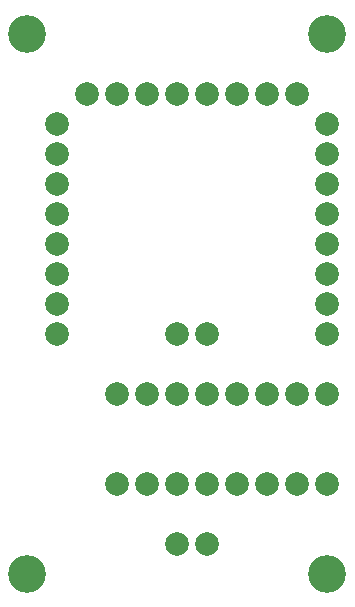
<source format=gbr>
%TF.GenerationSoftware,KiCad,Pcbnew,7.0.8*%
%TF.CreationDate,2023-10-30T13:37:48+01:00*%
%TF.ProjectId,chessbot,63686573-7362-46f7-942e-6b696361645f,rev?*%
%TF.SameCoordinates,Original*%
%TF.FileFunction,Soldermask,Bot*%
%TF.FilePolarity,Negative*%
%FSLAX46Y46*%
G04 Gerber Fmt 4.6, Leading zero omitted, Abs format (unit mm)*
G04 Created by KiCad (PCBNEW 7.0.8) date 2023-10-30 13:37:48*
%MOMM*%
%LPD*%
G01*
G04 APERTURE LIST*
%ADD10C,2.000000*%
%ADD11C,3.200000*%
G04 APERTURE END LIST*
D10*
%TO.C,M2*%
X27940000Y-40640000D03*
X30480000Y-40640000D03*
%TD*%
D11*
%TO.C,H1*%
X15240000Y-60960000D03*
%TD*%
D10*
%TO.C,M1*%
X30480000Y-58420000D03*
X27940000Y-58420000D03*
%TD*%
%TO.C,VCC_Flash1*%
X20320000Y-20320000D03*
X22860000Y-20320000D03*
X25400000Y-20320000D03*
X27940000Y-20320000D03*
X30480000Y-20320000D03*
X33020000Y-20320000D03*
X35560000Y-20320000D03*
X38100000Y-20320000D03*
%TD*%
D11*
%TO.C,H4*%
X15240000Y-15240000D03*
%TD*%
%TO.C,H2*%
X40640000Y-60960000D03*
%TD*%
%TO.C,H3*%
X40640000Y-15240000D03*
%TD*%
D10*
%TO.C,L293D1*%
X40640000Y-53340000D03*
X38100000Y-53340000D03*
X35560000Y-53340000D03*
X33020000Y-53340000D03*
X30480000Y-53340000D03*
X27940000Y-53340000D03*
X25400000Y-53340000D03*
X22860000Y-53340000D03*
X22860000Y-45720000D03*
X25400000Y-45720000D03*
X27940000Y-45720000D03*
X30480000Y-45720000D03*
X33020000Y-45720000D03*
X35560000Y-45720000D03*
X38100000Y-45720000D03*
X40640000Y-45720000D03*
%TD*%
%TO.C,Conn_ESP2*%
X17780000Y-40640000D03*
X17780000Y-38100000D03*
X17780000Y-35560000D03*
X17780000Y-33020000D03*
X17780000Y-30480000D03*
X17780000Y-27940000D03*
X17780000Y-25400000D03*
X17780000Y-22860000D03*
%TD*%
%TO.C,Conn_ESP1*%
X40640000Y-22890000D03*
X40640000Y-25430000D03*
X40640000Y-27970000D03*
X40640000Y-30510000D03*
X40640000Y-33050000D03*
X40640000Y-35590000D03*
X40640000Y-38130000D03*
X40640000Y-40670000D03*
%TD*%
M02*

</source>
